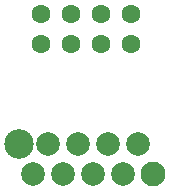
<source format=gbs>
G04 #@! TF.GenerationSoftware,KiCad,Pcbnew,(5.1.9)-1*
G04 #@! TF.CreationDate,2023-02-14T09:35:45+01:00*
G04 #@! TF.ProjectId,Stlink,53746c69-6e6b-42e6-9b69-6361645f7063,rev?*
G04 #@! TF.SameCoordinates,PXd59f80PY14fb180*
G04 #@! TF.FileFunction,Soldermask,Bot*
G04 #@! TF.FilePolarity,Negative*
%FSLAX46Y46*%
G04 Gerber Fmt 4.6, Leading zero omitted, Abs format (unit mm)*
G04 Created by KiCad (PCBNEW (5.1.9)-1) date 2023-02-14 09:35:45*
%MOMM*%
%LPD*%
G01*
G04 APERTURE LIST*
%ADD10C,2.100000*%
%ADD11C,2.000000*%
%ADD12C,2.500000*%
%ADD13C,1.600000*%
G04 APERTURE END LIST*
D10*
X15080000Y-43070000D03*
D11*
X13845000Y-40530000D03*
X12575000Y-43070000D03*
D12*
X3720000Y-40530000D03*
D11*
X8765000Y-40530000D03*
X7495000Y-43070000D03*
X4955000Y-43070000D03*
X6225000Y-40530000D03*
X10035000Y-43070000D03*
X11305000Y-40530000D03*
D13*
X13210000Y-29530000D03*
X8130000Y-29530000D03*
X5590000Y-29530000D03*
X10670000Y-29530000D03*
X5590000Y-32070000D03*
X8130000Y-32070000D03*
X10670000Y-32070000D03*
X13210000Y-32070000D03*
M02*

</source>
